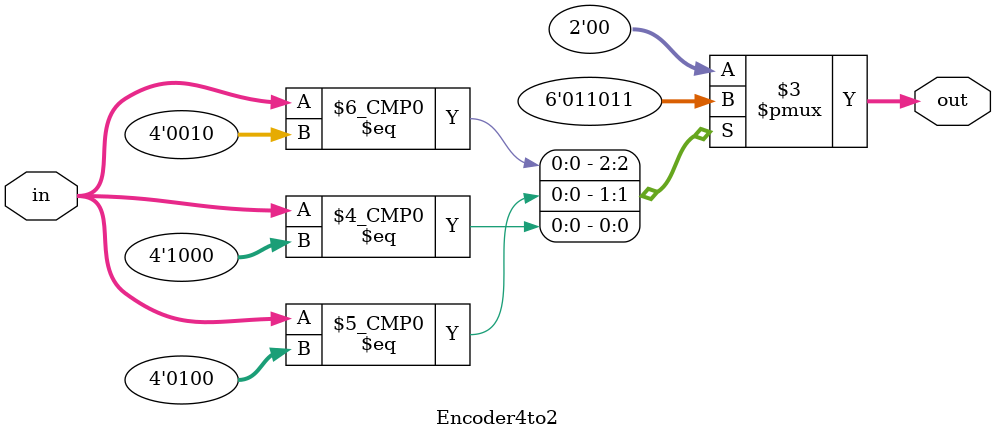
<source format=v>
module Encoder4to2(
    input wire [3:0] in,  // 4 input lines
    output reg [1:0] out  // 2 output lines
);

    always @ (in)
    begin
        case (in)
            4'b0001 : out = 2'b00;
            4'b0010 : out = 2'b01;
            4'b0100 : out = 2'b10;
            4'b1000 : out = 2'b11;
            default : out = 2'b00;  // Default case to handle undefined states
        endcase
    end

endmodule

</source>
